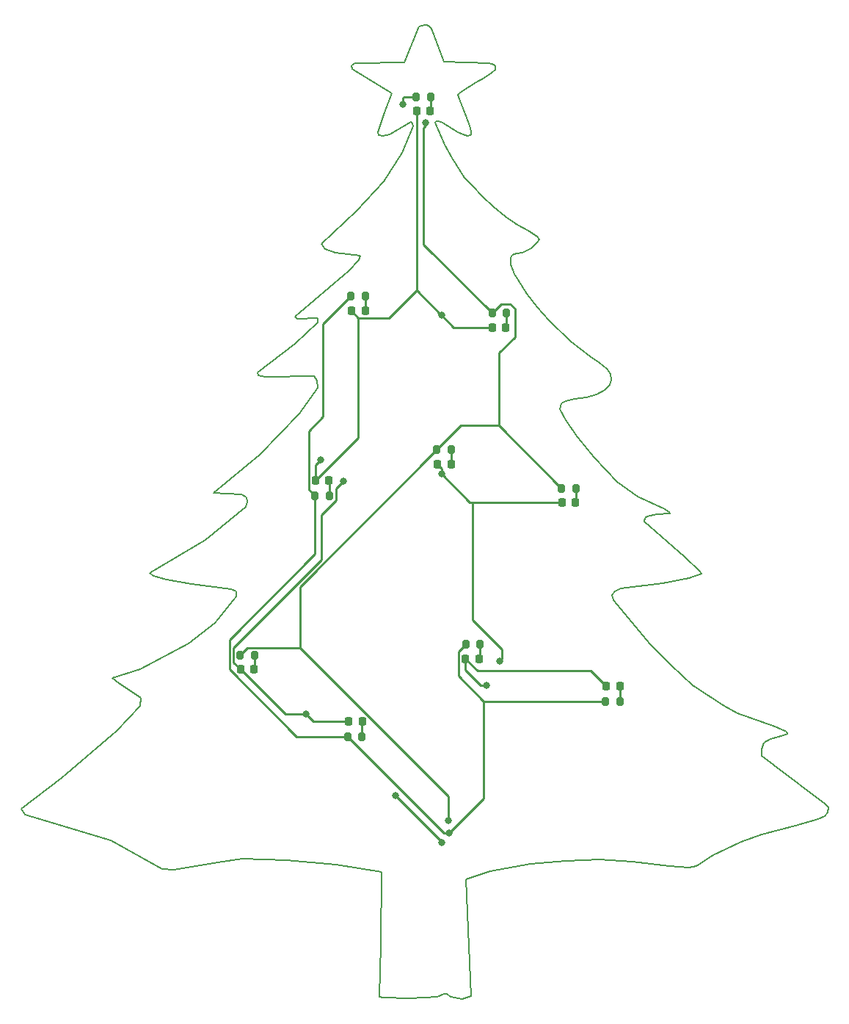
<source format=gbr>
%TF.GenerationSoftware,KiCad,Pcbnew,7.0.9*%
%TF.CreationDate,2023-11-22T22:42:55-07:00*%
%TF.ProjectId,OrnamentSCH,4f726e61-6d65-46e7-9453-43482e6b6963,rev?*%
%TF.SameCoordinates,Original*%
%TF.FileFunction,Copper,L1,Top*%
%TF.FilePolarity,Positive*%
%FSLAX46Y46*%
G04 Gerber Fmt 4.6, Leading zero omitted, Abs format (unit mm)*
G04 Created by KiCad (PCBNEW 7.0.9) date 2023-11-22 22:42:55*
%MOMM*%
%LPD*%
G01*
G04 APERTURE LIST*
G04 Aperture macros list*
%AMRoundRect*
0 Rectangle with rounded corners*
0 $1 Rounding radius*
0 $2 $3 $4 $5 $6 $7 $8 $9 X,Y pos of 4 corners*
0 Add a 4 corners polygon primitive as box body*
4,1,4,$2,$3,$4,$5,$6,$7,$8,$9,$2,$3,0*
0 Add four circle primitives for the rounded corners*
1,1,$1+$1,$2,$3*
1,1,$1+$1,$4,$5*
1,1,$1+$1,$6,$7*
1,1,$1+$1,$8,$9*
0 Add four rect primitives between the rounded corners*
20,1,$1+$1,$2,$3,$4,$5,0*
20,1,$1+$1,$4,$5,$6,$7,0*
20,1,$1+$1,$6,$7,$8,$9,0*
20,1,$1+$1,$8,$9,$2,$3,0*%
G04 Aperture macros list end*
%TA.AperFunction,NonConductor*%
%ADD10C,0.200000*%
%TD*%
%TA.AperFunction,SMDPad,CuDef*%
%ADD11RoundRect,0.200000X-0.200000X-0.275000X0.200000X-0.275000X0.200000X0.275000X-0.200000X0.275000X0*%
%TD*%
%TA.AperFunction,SMDPad,CuDef*%
%ADD12RoundRect,0.218750X-0.218750X-0.256250X0.218750X-0.256250X0.218750X0.256250X-0.218750X0.256250X0*%
%TD*%
%TA.AperFunction,ViaPad*%
%ADD13C,0.800000*%
%TD*%
%TA.AperFunction,Conductor*%
%ADD14C,0.250000*%
%TD*%
G04 APERTURE END LIST*
D10*
X156750000Y-34860000D02*
X157040000Y-35000000D01*
X157270000Y-35310000D01*
X158700000Y-39100000D01*
X163830000Y-39290000D01*
X164180000Y-39330000D01*
X164430000Y-39410000D01*
X164580000Y-39490000D01*
X164660000Y-39630000D01*
X164660000Y-39830000D01*
X164600000Y-39980000D01*
X164200000Y-40390000D01*
X163350000Y-40980000D01*
X162460000Y-41500000D01*
X160820000Y-42500000D01*
X160510000Y-42690000D01*
X160360000Y-42810000D01*
X160320000Y-42900000D01*
X160500000Y-43410000D01*
X161000000Y-44700000D01*
X161650000Y-46490000D01*
X161860000Y-47170000D01*
X161830000Y-47430000D01*
X161720000Y-47570000D01*
X161410000Y-47600000D01*
X160940000Y-47500000D01*
X160300000Y-47210000D01*
X158530000Y-46130000D01*
X158090000Y-45920000D01*
X157810000Y-45920000D01*
X157680000Y-46110000D01*
X158790000Y-48620000D01*
X159630000Y-50200000D01*
X161080000Y-52450000D01*
X161980000Y-53430000D01*
X163110000Y-54580000D01*
X164410000Y-55770000D01*
X165800000Y-56930000D01*
X167190000Y-57890000D01*
X168440000Y-58520000D01*
X169450000Y-59270000D01*
X169700000Y-59590000D01*
X169470000Y-59920000D01*
X168790000Y-60560000D01*
X167790000Y-61100000D01*
X167060000Y-61170000D01*
X166600000Y-61350000D01*
X166390000Y-61680000D01*
X166390000Y-62480000D01*
X166800000Y-63590000D01*
X168290000Y-65860000D01*
X169480000Y-67400000D01*
X170780000Y-68860000D01*
X173350000Y-71360000D01*
X175510000Y-73040000D01*
X176650000Y-73770000D01*
X177500000Y-74500000D01*
X177930000Y-75040000D01*
X178040000Y-75720000D01*
X177820000Y-76340000D01*
X177210000Y-76930000D01*
X176270000Y-77420000D01*
X175090000Y-77810000D01*
X173810000Y-77980000D01*
X172730000Y-78170000D01*
X172210000Y-78450000D01*
X172100000Y-79100000D01*
X172750000Y-80440000D01*
X174090000Y-82340000D01*
X176030000Y-84710000D01*
X178680000Y-87490000D01*
X181060000Y-89200000D01*
X184180000Y-90680000D01*
X184750000Y-91050000D01*
X184790000Y-91200000D01*
X183290000Y-91270000D01*
X182160000Y-91470000D01*
X181860000Y-91700000D01*
X181810000Y-92120000D01*
X186430000Y-96130000D01*
X188190000Y-97760000D01*
X188390000Y-98140000D01*
X186960000Y-98650000D01*
X183890000Y-99180000D01*
X179080000Y-99820000D01*
X178400000Y-100120000D01*
X178120000Y-100540000D01*
X178250000Y-101140000D01*
X182500000Y-106200000D01*
X183180000Y-106930000D01*
X184870000Y-108640000D01*
X187440000Y-110970000D01*
X191060000Y-113320000D01*
X192590000Y-114160000D01*
X196920000Y-115750000D01*
X198260000Y-116300000D01*
X198360000Y-116580000D01*
X197940000Y-116750000D01*
X196380000Y-117130000D01*
X195620000Y-117600000D01*
X195350000Y-118340000D01*
X195350000Y-119090000D01*
X201260000Y-123560000D01*
X202620000Y-124590000D01*
X203050000Y-125020000D01*
X203010000Y-125640000D01*
X202630000Y-126040000D01*
X201850000Y-126380000D01*
X199240000Y-127110000D01*
X195320000Y-128200000D01*
X193020000Y-129000000D01*
X189770000Y-130530000D01*
X187800000Y-131800000D01*
X186990000Y-131990000D01*
X184690000Y-131810000D01*
X180500000Y-131300000D01*
X176670000Y-131020000D01*
X172780000Y-131170000D01*
X168680000Y-131540000D01*
X164070000Y-132380000D01*
X161220000Y-133360000D01*
X161810000Y-146790000D01*
X160830000Y-147090000D01*
X159470000Y-146910000D01*
X159040000Y-146510000D01*
X158730000Y-146510000D01*
X157900000Y-146840000D01*
X154730000Y-147050000D01*
X151630000Y-146980000D01*
X151290000Y-146860000D01*
X151440000Y-140860000D01*
X151540000Y-132440000D01*
X146230000Y-131630000D01*
X140460000Y-131160000D01*
X135450000Y-130980000D01*
X132630000Y-131350000D01*
X127500000Y-132190000D01*
X126150000Y-132160000D01*
X120280000Y-128830000D01*
X110380000Y-125830000D01*
X109910000Y-125190000D01*
X114580000Y-121670000D01*
X120900000Y-116190000D01*
X123670000Y-113310000D01*
X123690000Y-112390000D01*
X121160000Y-110720000D01*
X120420000Y-110120000D01*
X123650000Y-109090000D01*
X129230000Y-106180000D01*
X132260000Y-103770000D01*
X134770000Y-100710000D01*
X134730000Y-100120000D01*
X134120000Y-99890000D01*
X129570000Y-99320000D01*
X126660000Y-98770000D01*
X125160000Y-98340000D01*
X124780000Y-98010000D01*
X131150000Y-94230000D01*
X135850000Y-90400000D01*
X136010000Y-89810000D01*
X135910000Y-89290000D01*
X135330000Y-88960000D01*
X132130000Y-88780000D01*
X137430000Y-84360000D01*
X142050000Y-79630000D01*
X144100000Y-76710000D01*
X144080000Y-75860000D01*
X143700000Y-75300000D01*
X138000000Y-75400000D01*
X137320000Y-75280000D01*
X137170000Y-74890000D01*
X141500000Y-71570000D01*
X144160000Y-69140000D01*
X144170000Y-68670000D01*
X141740000Y-68680000D01*
X141510000Y-68440000D01*
X147720000Y-63250000D01*
X148920000Y-61960000D01*
X149010000Y-61420000D01*
X146150000Y-61130000D01*
X144970000Y-60660000D01*
X144540000Y-60050000D01*
X148620000Y-56300000D01*
X151740000Y-52930000D01*
X153850000Y-49590000D01*
X155110000Y-46570000D01*
X155080000Y-46230000D01*
X154890000Y-46070000D01*
X152450000Y-47430000D01*
X151670000Y-47620000D01*
X151200000Y-47530000D01*
X151100000Y-47220000D01*
X151830000Y-44910000D01*
X152670000Y-42770000D01*
X148150000Y-39970000D01*
X148040000Y-39540000D01*
X148490000Y-39250000D01*
X154100000Y-39140000D01*
X155840000Y-35000000D01*
X156490000Y-34830000D01*
X156540000Y-34830000D01*
X156750000Y-34860000D01*
D11*
%TO.P,R8,1*%
%TO.N,/PB4*%
X161201600Y-106222800D03*
%TO.P,R8,2*%
%TO.N,Net-(D8-A)*%
X162851600Y-106222800D03*
%TD*%
D12*
%TO.P,D4,1,K*%
%TO.N,GND*%
X148025200Y-67819900D03*
%TO.P,D4,2,A*%
%TO.N,Net-(D4-A)*%
X149600200Y-67819900D03*
%TD*%
D11*
%TO.P,R7,1*%
%TO.N,/PB3*%
X155486600Y-43129200D03*
%TO.P,R7,2*%
%TO.N,Net-(D7-A)*%
X157136600Y-43129200D03*
%TD*%
D12*
%TO.P,D6,1,K*%
%TO.N,GND*%
X147688700Y-115087400D03*
%TO.P,D6,2,A*%
%TO.N,Net-(D6-A)*%
X149263700Y-115087400D03*
%TD*%
%TO.P,D1,1,K*%
%TO.N,GND*%
X135229500Y-109143800D03*
%TO.P,D1,2,A*%
%TO.N,Net-(D1-A)*%
X136804500Y-109143800D03*
%TD*%
D11*
%TO.P,R1,1*%
%TO.N,/PB3*%
X135166600Y-107467400D03*
%TO.P,R1,2*%
%TO.N,Net-(D1-A)*%
X136816600Y-107467400D03*
%TD*%
%TO.P,R3,1*%
%TO.N,/PB3*%
X157874200Y-83820000D03*
%TO.P,R3,2*%
%TO.N,Net-(D3-A)*%
X159524200Y-83820000D03*
%TD*%
D12*
%TO.P,D7,1,K*%
%TO.N,GND*%
X155549500Y-44780200D03*
%TO.P,D7,2,A*%
%TO.N,Net-(D7-A)*%
X157124500Y-44780200D03*
%TD*%
D11*
%TO.P,R2,1*%
%TO.N,/PB4*%
X143802600Y-89103200D03*
%TO.P,R2,2*%
%TO.N,Net-(D2-A)*%
X145452600Y-89103200D03*
%TD*%
D12*
%TO.P,D5,1,K*%
%TO.N,GND*%
X172313500Y-89865200D03*
%TO.P,D5,2,A*%
%TO.N,Net-(D5-A)*%
X173888500Y-89865200D03*
%TD*%
D11*
%TO.P,R6,1*%
%TO.N,/PB4*%
X147575000Y-116865400D03*
%TO.P,R6,2*%
%TO.N,Net-(D6-A)*%
X149225000Y-116865400D03*
%TD*%
D12*
%TO.P,D8,1,K*%
%TO.N,GND*%
X161162800Y-107899200D03*
%TO.P,D8,2,A*%
%TO.N,Net-(D8-A)*%
X162737800Y-107899200D03*
%TD*%
D11*
%TO.P,R10,1*%
%TO.N,/PB4*%
X177343800Y-112801400D03*
%TO.P,R10,2*%
%TO.N,Net-(D10-A)*%
X178993800Y-112801400D03*
%TD*%
%TO.P,R4,1*%
%TO.N,/PB4*%
X147987700Y-66067300D03*
%TO.P,R4,2*%
%TO.N,Net-(D4-A)*%
X149637700Y-66067300D03*
%TD*%
%TO.P,R9,1*%
%TO.N,/PB3*%
X164249600Y-68046600D03*
%TO.P,R9,2*%
%TO.N,Net-(D9-A)*%
X165899600Y-68046600D03*
%TD*%
D12*
%TO.P,D9,1,K*%
%TO.N,GND*%
X164261700Y-69723000D03*
%TO.P,D9,2,A*%
%TO.N,Net-(D9-A)*%
X165836700Y-69723000D03*
%TD*%
%TO.P,D10,1,K*%
%TO.N,GND*%
X177406700Y-111048800D03*
%TO.P,D10,2,A*%
%TO.N,Net-(D10-A)*%
X178981700Y-111048800D03*
%TD*%
D11*
%TO.P,R5,1*%
%TO.N,/PB3*%
X172250600Y-88239600D03*
%TO.P,R5,2*%
%TO.N,Net-(D5-A)*%
X173900600Y-88239600D03*
%TD*%
D12*
%TO.P,D2,1,K*%
%TO.N,GND*%
X143865500Y-87376000D03*
%TO.P,D2,2,A*%
%TO.N,Net-(D2-A)*%
X145440500Y-87376000D03*
%TD*%
%TO.P,D3,1,K*%
%TO.N,GND*%
X157937100Y-85496400D03*
%TO.P,D3,2,A*%
%TO.N,Net-(D3-A)*%
X159512100Y-85496400D03*
%TD*%
D13*
%TO.N,/PB3*%
X153980000Y-44020000D03*
X159186800Y-126551500D03*
X156610000Y-46110000D03*
%TO.N,/PB4*%
X159318500Y-127995600D03*
%TO.N,GND*%
X158410800Y-68295500D03*
X163630000Y-110960000D03*
X153090000Y-123680000D03*
X165140000Y-108160000D03*
X147110000Y-87430000D03*
X158410800Y-86623200D03*
X142803500Y-114285500D03*
X158450000Y-129050000D03*
X144470000Y-84980000D03*
%TD*%
D14*
%TO.N,/PB3*%
X172250600Y-88239600D02*
X165049200Y-81038200D01*
X165049200Y-81038200D02*
X165049200Y-72640800D01*
X159186800Y-126551500D02*
X159186800Y-123718800D01*
X136016400Y-106617600D02*
X142085600Y-106617600D01*
X165049200Y-72640800D02*
X166870000Y-70820000D01*
X159186800Y-123718800D02*
X142085600Y-106617600D01*
X154110800Y-43129200D02*
X155486600Y-43129200D01*
X156336900Y-60133900D02*
X164249600Y-68046600D01*
X160656000Y-81038200D02*
X165049200Y-81038200D01*
X156610000Y-46450000D02*
X156610000Y-46110000D01*
X157874200Y-83820000D02*
X160656000Y-81038200D01*
X166870000Y-70820000D02*
X166870000Y-67560000D01*
X166870000Y-67560000D02*
X166330000Y-67020000D01*
X142085600Y-106617600D02*
X142085600Y-99608600D01*
X135166600Y-107467400D02*
X136016400Y-106617600D01*
X166330000Y-67020000D02*
X165276200Y-67020000D01*
X153980000Y-43260000D02*
X154110800Y-43129200D01*
X156336900Y-46723100D02*
X156610000Y-46450000D01*
X153980000Y-44020000D02*
X153980000Y-43260000D01*
X142085600Y-99608600D02*
X157874200Y-83820000D01*
X165276200Y-67020000D02*
X164249600Y-68046600D01*
X156336900Y-46723100D02*
X156336900Y-60133900D01*
%TO.N,Net-(D1-A)*%
X136804500Y-109143800D02*
X136816600Y-109131700D01*
X136816600Y-109131700D02*
X136816600Y-107467400D01*
%TO.N,/PB4*%
X133944500Y-109113900D02*
X141696000Y-116865400D01*
X143081300Y-88381900D02*
X143802600Y-89103200D01*
X160356900Y-107067500D02*
X161201600Y-106222800D01*
X143802600Y-89103200D02*
X143802600Y-95843400D01*
X163275600Y-112801400D02*
X160356900Y-109882700D01*
X147575000Y-116865400D02*
X158705200Y-127995600D01*
X177343800Y-112801400D02*
X163275600Y-112801400D01*
X158705200Y-127995600D02*
X159318500Y-127995600D01*
X141696000Y-116865400D02*
X147575000Y-116865400D01*
X143802600Y-95843400D02*
X133944500Y-105701500D01*
X144710000Y-69345000D02*
X144710000Y-80005100D01*
X159318500Y-127995600D02*
X163275600Y-124038500D01*
X133944500Y-105701500D02*
X133944500Y-109113900D01*
X163275600Y-124038500D02*
X163275600Y-112801400D01*
X160356900Y-109882700D02*
X160356900Y-107067500D01*
X147987700Y-66067300D02*
X144710000Y-69345000D01*
X144710000Y-80005100D02*
X143081300Y-81633800D01*
X143081300Y-81633800D02*
X143081300Y-88381900D01*
%TO.N,Net-(D2-A)*%
X145440500Y-87376000D02*
X145452600Y-87388100D01*
X145452600Y-87388100D02*
X145452600Y-89103200D01*
%TO.N,Net-(D3-A)*%
X159512100Y-85496400D02*
X159524200Y-85484300D01*
X159524200Y-85484300D02*
X159524200Y-83820000D01*
%TO.N,Net-(D4-A)*%
X149637700Y-67782400D02*
X149637700Y-66067300D01*
X149600200Y-67819900D02*
X149637700Y-67782400D01*
%TO.N,Net-(D5-A)*%
X173900600Y-89853100D02*
X173900600Y-88239600D01*
X173888500Y-89865200D02*
X173900600Y-89853100D01*
%TO.N,Net-(D6-A)*%
X149263700Y-115087400D02*
X149225000Y-115126100D01*
X149225000Y-115126100D02*
X149225000Y-116865400D01*
%TO.N,Net-(D7-A)*%
X157136600Y-44768100D02*
X157136600Y-43129200D01*
X157124500Y-44780200D02*
X157136600Y-44768100D01*
%TO.N,Net-(D8-A)*%
X162851600Y-107785400D02*
X162851600Y-106222800D01*
X162737800Y-107899200D02*
X162851600Y-107785400D01*
%TO.N,Net-(D9-A)*%
X165836700Y-69723000D02*
X165899600Y-69660100D01*
X165899600Y-69660100D02*
X165899600Y-68046600D01*
%TO.N,Net-(D10-A)*%
X178993800Y-111060900D02*
X178993800Y-112801400D01*
X178981700Y-111048800D02*
X178993800Y-111060900D01*
%TO.N,GND*%
X161162800Y-109202800D02*
X161162800Y-107899200D01*
X134394900Y-106662400D02*
X144535700Y-96521600D01*
X158410800Y-68295500D02*
X159838300Y-69723000D01*
X159838300Y-69723000D02*
X164261700Y-69723000D01*
X162000000Y-89932100D02*
X162000000Y-103410000D01*
X177406700Y-111048800D02*
X175647900Y-109290000D01*
X148828000Y-82413500D02*
X148828000Y-68622700D01*
X143865500Y-85584500D02*
X143865500Y-87376000D01*
X163630000Y-110960000D02*
X162920000Y-110960000D01*
X146250000Y-89640000D02*
X146250000Y-88290000D01*
X153090000Y-123680000D02*
X158450000Y-129040000D01*
X140371200Y-114285500D02*
X135229500Y-109143800D01*
X155549500Y-65454100D02*
X152380900Y-68622700D01*
X142803500Y-114285500D02*
X140371200Y-114285500D01*
X175647900Y-109290000D02*
X162553600Y-109290000D01*
X144535700Y-91354300D02*
X146250000Y-89640000D01*
X135229500Y-109143800D02*
X134394900Y-108309200D01*
X162920000Y-110960000D02*
X161162800Y-109202800D01*
X148828000Y-68622700D02*
X148025200Y-67819900D01*
X143605400Y-115087400D02*
X147688700Y-115087400D01*
X155549500Y-65454100D02*
X158390900Y-68295500D01*
X155549500Y-44780200D02*
X155549500Y-65454100D01*
X172313500Y-89865200D02*
X161933100Y-89865200D01*
X143865500Y-87376000D02*
X148828000Y-82413500D01*
X161652800Y-89865200D02*
X158410800Y-86623200D01*
X158450000Y-129040000D02*
X158450000Y-129050000D01*
X162553600Y-109290000D02*
X161162800Y-107899200D01*
X144470000Y-84980000D02*
X143865500Y-85584500D01*
X165430000Y-106840000D02*
X165430000Y-107870000D01*
X144535700Y-96521600D02*
X144535700Y-91354300D01*
X161933100Y-89865200D02*
X161652800Y-89865200D01*
X134394900Y-108309200D02*
X134394900Y-106662400D01*
X161933100Y-89865200D02*
X162000000Y-89932100D01*
X158390900Y-68295500D02*
X158410800Y-68295500D01*
X165430000Y-107870000D02*
X165140000Y-108160000D01*
X158410800Y-85970100D02*
X157937100Y-85496400D01*
X152380900Y-68622700D02*
X148828000Y-68622700D01*
X142803500Y-114285500D02*
X143605400Y-115087400D01*
X162000000Y-103410000D02*
X165430000Y-106840000D01*
X146250000Y-88290000D02*
X147110000Y-87430000D01*
X158410800Y-86623200D02*
X158410800Y-85970100D01*
%TD*%
M02*

</source>
